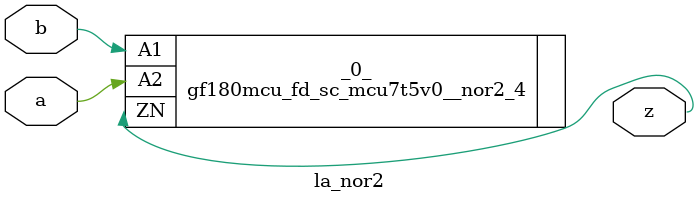
<source format=v>

/* Generated by Yosys 0.44 (git sha1 80ba43d26, g++ 11.4.0-1ubuntu1~22.04 -fPIC -O3) */

(* top =  1  *)
(* src = "inputs/la_nor2.v:10.1-20.10" *)
module la_nor2 (
    a,
    b,
    z
);
  (* src = "inputs/la_nor2.v:13.12-13.13" *)
  input a;
  wire a;
  (* src = "inputs/la_nor2.v:14.12-14.13" *)
  input b;
  wire b;
  (* src = "inputs/la_nor2.v:15.12-15.13" *)
  output z;
  wire z;
  gf180mcu_fd_sc_mcu7t5v0__nor2_4 _0_ (
      .A1(b),
      .A2(a),
      .ZN(z)
  );
endmodule

</source>
